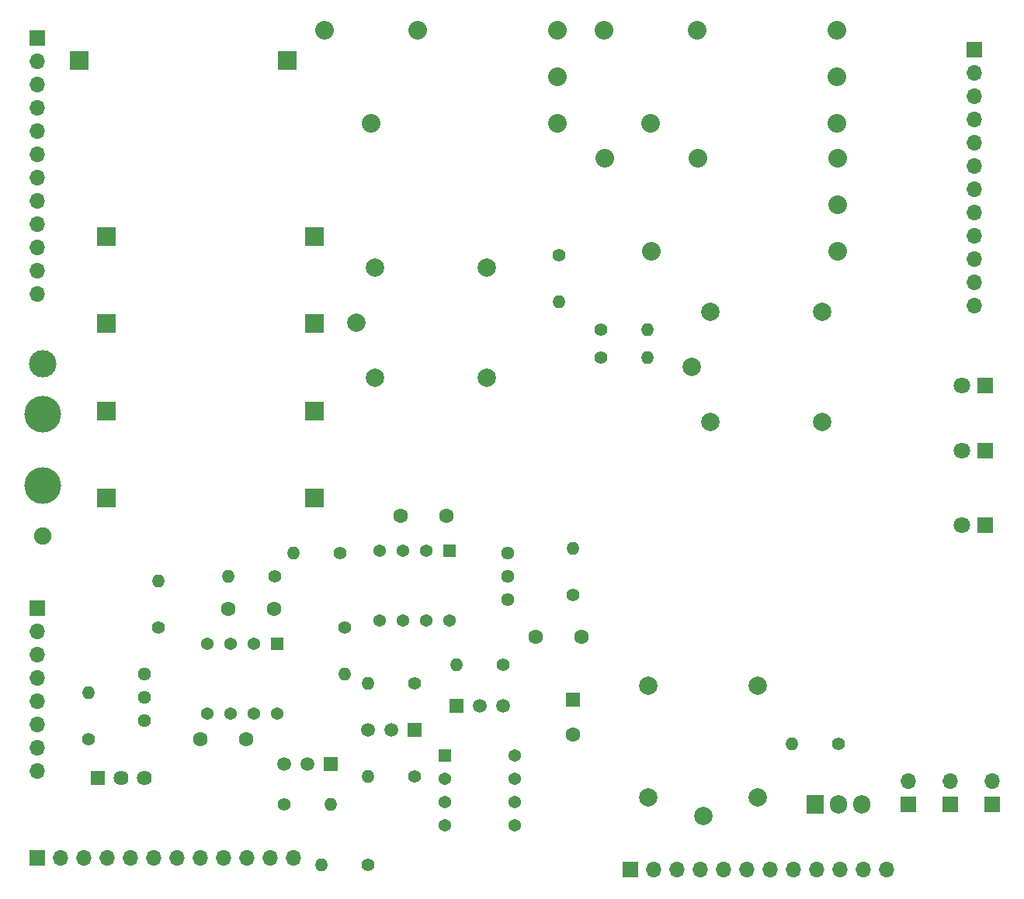
<source format=gbr>
%TF.GenerationSoftware,KiCad,Pcbnew,(6.0.5)*%
%TF.CreationDate,2022-09-04T18:06:33+09:00*%
%TF.ProjectId,LAST SHUTDOWN,4c415354-2053-4485-9554-444f574e2e6b,rev?*%
%TF.SameCoordinates,Original*%
%TF.FileFunction,Soldermask,Bot*%
%TF.FilePolarity,Negative*%
%FSLAX46Y46*%
G04 Gerber Fmt 4.6, Leading zero omitted, Abs format (unit mm)*
G04 Created by KiCad (PCBNEW (6.0.5)) date 2022-09-04 18:06:33*
%MOMM*%
%LPD*%
G01*
G04 APERTURE LIST*
%ADD10R,1.800000X1.800000*%
%ADD11C,1.800000*%
%ADD12C,1.400000*%
%ADD13O,1.400000X1.400000*%
%ADD14C,2.032000*%
%ADD15R,1.700000X1.700000*%
%ADD16O,1.700000X1.700000*%
%ADD17R,1.500000X1.500000*%
%ADD18C,1.500000*%
%ADD19R,2.000000X2.000000*%
%ADD20R,1.905000X2.000000*%
%ADD21O,1.905000X2.000000*%
%ADD22C,2.000000*%
%ADD23R,1.625600X1.625600*%
%ADD24C,1.625600*%
%ADD25C,3.000000*%
%ADD26C,4.000000*%
%ADD27C,1.600000*%
%ADD28C,1.440000*%
%ADD29R,1.371600X1.371600*%
%ADD30C,1.371600*%
%ADD31C,1.905000*%
%ADD32R,1.600000X1.600000*%
G04 APERTURE END LIST*
D10*
%TO.C,D2*%
X164343000Y-116840000D03*
D11*
X161803000Y-116840000D03*
%TD*%
D10*
%TO.C,D1*%
X164343000Y-109728000D03*
D11*
X161803000Y-109728000D03*
%TD*%
D10*
%TO.C,D3*%
X164343000Y-124968000D03*
D11*
X161803000Y-124968000D03*
%TD*%
D12*
%TO.C,R9*%
X66548000Y-148336000D03*
D13*
X66548000Y-143256000D03*
%TD*%
D14*
%TO.C,RELAY_BSPD*%
X148196500Y-70921800D03*
X132956500Y-70921800D03*
X122796500Y-70921800D03*
X127876500Y-81081800D03*
X148196500Y-81081800D03*
X148196500Y-76001800D03*
%TD*%
D15*
%TO.C,J2*%
X155956000Y-155448000D03*
D16*
X155956000Y-152908000D03*
%TD*%
D12*
%TO.C,R13*%
X122428000Y-103632000D03*
D13*
X127508000Y-103632000D03*
%TD*%
D12*
%TO.C,R15*%
X102108000Y-152400000D03*
D13*
X97028000Y-152400000D03*
%TD*%
D17*
%TO.C,Q5*%
X106680000Y-144632000D03*
D18*
X109220000Y-144632000D03*
X111760000Y-144632000D03*
%TD*%
D19*
%TO.C,F5*%
X65580000Y-74200000D03*
X88280000Y-74200000D03*
%TD*%
D15*
%TO.C,J4*%
X160528000Y-155448000D03*
D16*
X160528000Y-152908000D03*
%TD*%
D12*
%TO.C,R14*%
X102108000Y-142240000D03*
D13*
X97028000Y-142240000D03*
%TD*%
D19*
%TO.C,F4*%
X91265000Y-122015000D03*
X68565000Y-122015000D03*
%TD*%
D15*
%TO.C,DASHBOARD*%
X60960000Y-161290000D03*
D16*
X63500000Y-161290000D03*
X66040000Y-161290000D03*
X68580000Y-161290000D03*
X71120000Y-161290000D03*
X73660000Y-161290000D03*
X76200000Y-161290000D03*
X78740000Y-161290000D03*
X81280000Y-161290000D03*
X83820000Y-161290000D03*
X86360000Y-161290000D03*
X88900000Y-161290000D03*
%TD*%
D12*
%TO.C,R7*%
X86868000Y-130556000D03*
D13*
X81788000Y-130556000D03*
%TD*%
D19*
%TO.C,F3*%
X91265000Y-112490000D03*
X68565000Y-112490000D03*
%TD*%
D20*
%TO.C,Q2*%
X145796000Y-155377000D03*
D21*
X148336000Y-155377000D03*
X150876000Y-155377000D03*
%TD*%
D12*
%TO.C,R11*%
X94488000Y-136144000D03*
D13*
X94488000Y-141224000D03*
%TD*%
D22*
%TO.C,K3*%
X139604000Y-142486000D03*
X127604000Y-154686000D03*
X139604000Y-154686000D03*
X133604000Y-156686000D03*
X127604000Y-142486000D03*
%TD*%
D23*
%TO.C,Q1*%
X67564000Y-152514300D03*
D24*
X70104000Y-152514300D03*
X72644000Y-152514300D03*
%TD*%
D15*
%TO.C,PEDAL*%
X60960000Y-134000000D03*
D16*
X60960000Y-136540000D03*
X60960000Y-139080000D03*
X60960000Y-141620000D03*
X60960000Y-144160000D03*
X60960000Y-146700000D03*
X60960000Y-149240000D03*
X60960000Y-151780000D03*
%TD*%
D14*
%TO.C,RELAY_BMS*%
X117716500Y-70921800D03*
X102476500Y-70921800D03*
X92316500Y-70921800D03*
X97396500Y-81081800D03*
X117716500Y-81081800D03*
X117716500Y-76001800D03*
%TD*%
D25*
%TO.C,J5*%
X61595000Y-107315000D03*
D26*
X61595000Y-112826800D03*
%TD*%
D12*
%TO.C,R3*%
X119380000Y-132588000D03*
D13*
X119380000Y-127508000D03*
%TD*%
D12*
%TO.C,R12*%
X148336000Y-148844000D03*
D13*
X143256000Y-148844000D03*
%TD*%
D15*
%TO.C,J3*%
X165100000Y-155448000D03*
D16*
X165100000Y-152908000D03*
%TD*%
D17*
%TO.C,Q4*%
X102108000Y-147320000D03*
D18*
X99568000Y-147320000D03*
X97028000Y-147320000D03*
%TD*%
D17*
%TO.C,Q3*%
X92964000Y-151024000D03*
D18*
X90424000Y-151024000D03*
X87884000Y-151024000D03*
%TD*%
D27*
%TO.C,C2*%
X105624000Y-123952000D03*
X100624000Y-123952000D03*
%TD*%
D28*
%TO.C,RV1*%
X72644000Y-141224000D03*
X72644000Y-143764000D03*
X72644000Y-146304000D03*
%TD*%
D14*
%TO.C,RELAY_IMD*%
X148323500Y-84891800D03*
X133083500Y-84891800D03*
X122923500Y-84891800D03*
X128003500Y-95051800D03*
X148323500Y-95051800D03*
X148323500Y-89971800D03*
%TD*%
D12*
%TO.C,R2*%
X74168000Y-136144000D03*
D13*
X74168000Y-131064000D03*
%TD*%
D15*
%TO.C,JUNCTION*%
X163195000Y-73020000D03*
D16*
X163195000Y-75560000D03*
X163195000Y-78100000D03*
X163195000Y-80640000D03*
X163195000Y-83180000D03*
X163195000Y-85720000D03*
X163195000Y-88260000D03*
X163195000Y-90800000D03*
X163195000Y-93340000D03*
X163195000Y-95880000D03*
X163195000Y-98420000D03*
X163195000Y-100960000D03*
%TD*%
D28*
%TO.C,RV2*%
X112268000Y-133096000D03*
X112268000Y-130556000D03*
X112268000Y-128016000D03*
%TD*%
D29*
%TO.C,U2*%
X87122000Y-137922000D03*
D30*
X84582000Y-137922000D03*
X82042000Y-137922000D03*
X79502000Y-137922000D03*
X79502000Y-145542000D03*
X82042000Y-145542000D03*
X84582000Y-145542000D03*
X87122000Y-145542000D03*
%TD*%
D12*
%TO.C,R16*%
X122428000Y-106680000D03*
D13*
X127508000Y-106680000D03*
%TD*%
D19*
%TO.C,F1*%
X91265000Y-102965000D03*
X68565000Y-102965000D03*
%TD*%
D12*
%TO.C,R1*%
X97028000Y-162052000D03*
D13*
X91948000Y-162052000D03*
%TD*%
D27*
%TO.C,C1*%
X86828000Y-134112000D03*
X81828000Y-134112000D03*
%TD*%
D19*
%TO.C,F2*%
X91265000Y-93440000D03*
X68565000Y-93440000D03*
%TD*%
D12*
%TO.C,R4*%
X117856000Y-95504000D03*
D13*
X117856000Y-100584000D03*
%TD*%
D15*
%TO.C,BATTERY_PACK*%
X125725000Y-162560000D03*
D16*
X128265000Y-162560000D03*
X130805000Y-162560000D03*
X133345000Y-162560000D03*
X135885000Y-162560000D03*
X138425000Y-162560000D03*
X140965000Y-162560000D03*
X143505000Y-162560000D03*
X146045000Y-162560000D03*
X148585000Y-162560000D03*
X151125000Y-162560000D03*
X153665000Y-162560000D03*
%TD*%
D29*
%TO.C,U3*%
X105918000Y-127762000D03*
D30*
X103378000Y-127762000D03*
X100838000Y-127762000D03*
X98298000Y-127762000D03*
X98298000Y-135382000D03*
X100838000Y-135382000D03*
X103378000Y-135382000D03*
X105918000Y-135382000D03*
%TD*%
D27*
%TO.C,C3*%
X83780000Y-148336000D03*
X78780000Y-148336000D03*
%TD*%
D29*
%TO.C,U4*%
X105410000Y-150114000D03*
D30*
X105410000Y-152654000D03*
X105410000Y-155194000D03*
X105410000Y-157734000D03*
X113030000Y-157734000D03*
X113030000Y-155194000D03*
X113030000Y-152654000D03*
X113030000Y-150114000D03*
%TD*%
D26*
%TO.C,J1*%
X61595000Y-120650000D03*
D31*
X61595000Y-126161800D03*
%TD*%
D32*
%TO.C,C5*%
X119380000Y-143993349D03*
D27*
X119380000Y-147793349D03*
%TD*%
D15*
%TO.C,SWITCH*%
X60960000Y-71750000D03*
D16*
X60960000Y-74290000D03*
X60960000Y-76830000D03*
X60960000Y-79370000D03*
X60960000Y-81910000D03*
X60960000Y-84450000D03*
X60960000Y-86990000D03*
X60960000Y-89530000D03*
X60960000Y-92070000D03*
X60960000Y-94610000D03*
X60960000Y-97150000D03*
X60960000Y-99690000D03*
%TD*%
D12*
%TO.C,R8*%
X93980000Y-128016000D03*
D13*
X88900000Y-128016000D03*
%TD*%
D12*
%TO.C,R10*%
X87884000Y-155448000D03*
D13*
X92964000Y-155448000D03*
%TD*%
D22*
%TO.C,K1*%
X146566000Y-113696000D03*
X134366000Y-101696000D03*
X134366000Y-113696000D03*
X132366000Y-107696000D03*
X146566000Y-101696000D03*
%TD*%
%TO.C,K2*%
X109990000Y-108870000D03*
X97790000Y-96870000D03*
X97790000Y-108870000D03*
X95790000Y-102870000D03*
X109990000Y-96870000D03*
%TD*%
D12*
%TO.C,R17*%
X111760000Y-140208000D03*
D13*
X106680000Y-140208000D03*
%TD*%
D27*
%TO.C,C4*%
X120356000Y-137160000D03*
X115356000Y-137160000D03*
%TD*%
M02*

</source>
